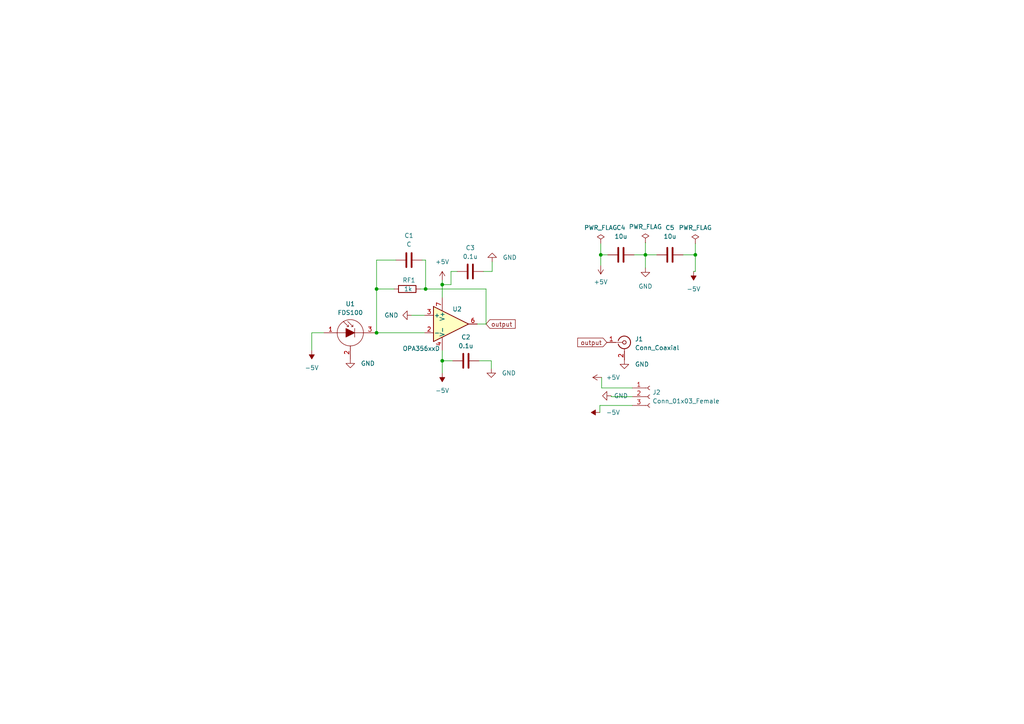
<source format=kicad_sch>
(kicad_sch (version 20211123) (generator eeschema)

  (uuid b5340dcd-fb32-41d1-91db-a71165904e5a)

  (paper "A4")

  (lib_symbols
    (symbol "Amplifier_Operational:OPA356xxD" (pin_names (offset 0.127)) (in_bom yes) (on_board yes)
      (property "Reference" "U" (id 0) (at 0 6.35 0)
        (effects (font (size 1.27 1.27)) (justify left))
      )
      (property "Value" "OPA356xxD" (id 1) (at 0 3.81 0)
        (effects (font (size 1.27 1.27)) (justify left))
      )
      (property "Footprint" "Package_SO:SOIC-8_3.9x4.9mm_P1.27mm" (id 2) (at -2.54 -5.08 0)
        (effects (font (size 1.27 1.27)) (justify left) hide)
      )
      (property "Datasheet" "http://www.ti.com/lit/ds/symlink/opa356.pdf" (id 3) (at 3.81 3.81 0)
        (effects (font (size 1.27 1.27)) hide)
      )
      (property "ki_keywords" "single opamp" (id 4) (at 0 0 0)
        (effects (font (size 1.27 1.27)) hide)
      )
      (property "ki_description" "Single High Speed CMOS Operational Amplifier, SOIC-8" (id 5) (at 0 0 0)
        (effects (font (size 1.27 1.27)) hide)
      )
      (property "ki_fp_filters" "SOIC*3.9x4.9mm*P1.27mm*" (id 6) (at 0 0 0)
        (effects (font (size 1.27 1.27)) hide)
      )
      (symbol "OPA356xxD_0_1"
        (polyline
          (pts
            (xy -5.08 5.08)
            (xy 5.08 0)
            (xy -5.08 -5.08)
            (xy -5.08 5.08)
          )
          (stroke (width 0.254) (type default) (color 0 0 0 0))
          (fill (type background))
        )
      )
      (symbol "OPA356xxD_1_1"
        (pin no_connect line (at -2.54 2.54 270) (length 2.54) hide
          (name "NC" (effects (font (size 1.27 1.27))))
          (number "1" (effects (font (size 1.27 1.27))))
        )
        (pin input line (at -7.62 -2.54 0) (length 2.54)
          (name "-" (effects (font (size 1.27 1.27))))
          (number "2" (effects (font (size 1.27 1.27))))
        )
        (pin input line (at -7.62 2.54 0) (length 2.54)
          (name "+" (effects (font (size 1.27 1.27))))
          (number "3" (effects (font (size 1.27 1.27))))
        )
        (pin power_in line (at -2.54 -7.62 90) (length 3.81)
          (name "V-" (effects (font (size 1.27 1.27))))
          (number "4" (effects (font (size 1.27 1.27))))
        )
        (pin no_connect line (at 0 2.54 270) (length 2.54) hide
          (name "NC" (effects (font (size 1.27 1.27))))
          (number "5" (effects (font (size 1.27 1.27))))
        )
        (pin output line (at 7.62 0 180) (length 2.54)
          (name "~" (effects (font (size 1.27 1.27))))
          (number "6" (effects (font (size 1.27 1.27))))
        )
        (pin power_in line (at -2.54 7.62 270) (length 3.81)
          (name "V+" (effects (font (size 1.27 1.27))))
          (number "7" (effects (font (size 1.27 1.27))))
        )
        (pin no_connect line (at 0 -2.54 90) (length 2.54) hide
          (name "NC" (effects (font (size 1.27 1.27))))
          (number "8" (effects (font (size 1.27 1.27))))
        )
      )
    )
    (symbol "Connector:Conn_01x03_Female" (pin_names (offset 1.016) hide) (in_bom yes) (on_board yes)
      (property "Reference" "J" (id 0) (at 0 5.08 0)
        (effects (font (size 1.27 1.27)))
      )
      (property "Value" "Conn_01x03_Female" (id 1) (at 0 -5.08 0)
        (effects (font (size 1.27 1.27)))
      )
      (property "Footprint" "" (id 2) (at 0 0 0)
        (effects (font (size 1.27 1.27)) hide)
      )
      (property "Datasheet" "~" (id 3) (at 0 0 0)
        (effects (font (size 1.27 1.27)) hide)
      )
      (property "ki_keywords" "connector" (id 4) (at 0 0 0)
        (effects (font (size 1.27 1.27)) hide)
      )
      (property "ki_description" "Generic connector, single row, 01x03, script generated (kicad-library-utils/schlib/autogen/connector/)" (id 5) (at 0 0 0)
        (effects (font (size 1.27 1.27)) hide)
      )
      (property "ki_fp_filters" "Connector*:*_1x??_*" (id 6) (at 0 0 0)
        (effects (font (size 1.27 1.27)) hide)
      )
      (symbol "Conn_01x03_Female_1_1"
        (arc (start 0 -2.032) (mid -0.508 -2.54) (end 0 -3.048)
          (stroke (width 0.1524) (type default) (color 0 0 0 0))
          (fill (type none))
        )
        (polyline
          (pts
            (xy -1.27 -2.54)
            (xy -0.508 -2.54)
          )
          (stroke (width 0.1524) (type default) (color 0 0 0 0))
          (fill (type none))
        )
        (polyline
          (pts
            (xy -1.27 0)
            (xy -0.508 0)
          )
          (stroke (width 0.1524) (type default) (color 0 0 0 0))
          (fill (type none))
        )
        (polyline
          (pts
            (xy -1.27 2.54)
            (xy -0.508 2.54)
          )
          (stroke (width 0.1524) (type default) (color 0 0 0 0))
          (fill (type none))
        )
        (arc (start 0 0.508) (mid -0.508 0) (end 0 -0.508)
          (stroke (width 0.1524) (type default) (color 0 0 0 0))
          (fill (type none))
        )
        (arc (start 0 3.048) (mid -0.508 2.54) (end 0 2.032)
          (stroke (width 0.1524) (type default) (color 0 0 0 0))
          (fill (type none))
        )
        (pin passive line (at -5.08 2.54 0) (length 3.81)
          (name "Pin_1" (effects (font (size 1.27 1.27))))
          (number "1" (effects (font (size 1.27 1.27))))
        )
        (pin passive line (at -5.08 0 0) (length 3.81)
          (name "Pin_2" (effects (font (size 1.27 1.27))))
          (number "2" (effects (font (size 1.27 1.27))))
        )
        (pin passive line (at -5.08 -2.54 0) (length 3.81)
          (name "Pin_3" (effects (font (size 1.27 1.27))))
          (number "3" (effects (font (size 1.27 1.27))))
        )
      )
    )
    (symbol "Connector:Conn_Coaxial" (pin_names (offset 1.016) hide) (in_bom yes) (on_board yes)
      (property "Reference" "J" (id 0) (at 0.254 3.048 0)
        (effects (font (size 1.27 1.27)))
      )
      (property "Value" "Conn_Coaxial" (id 1) (at 2.921 0 90)
        (effects (font (size 1.27 1.27)))
      )
      (property "Footprint" "" (id 2) (at 0 0 0)
        (effects (font (size 1.27 1.27)) hide)
      )
      (property "Datasheet" " ~" (id 3) (at 0 0 0)
        (effects (font (size 1.27 1.27)) hide)
      )
      (property "ki_keywords" "BNC SMA SMB SMC LEMO coaxial connector CINCH RCA" (id 4) (at 0 0 0)
        (effects (font (size 1.27 1.27)) hide)
      )
      (property "ki_description" "coaxial connector (BNC, SMA, SMB, SMC, Cinch/RCA, LEMO, ...)" (id 5) (at 0 0 0)
        (effects (font (size 1.27 1.27)) hide)
      )
      (property "ki_fp_filters" "*BNC* *SMA* *SMB* *SMC* *Cinch* *LEMO*" (id 6) (at 0 0 0)
        (effects (font (size 1.27 1.27)) hide)
      )
      (symbol "Conn_Coaxial_0_1"
        (arc (start -1.778 -0.508) (mid 0.2311 -1.8066) (end 1.778 0)
          (stroke (width 0.254) (type default) (color 0 0 0 0))
          (fill (type none))
        )
        (polyline
          (pts
            (xy -2.54 0)
            (xy -0.508 0)
          )
          (stroke (width 0) (type default) (color 0 0 0 0))
          (fill (type none))
        )
        (polyline
          (pts
            (xy 0 -2.54)
            (xy 0 -1.778)
          )
          (stroke (width 0) (type default) (color 0 0 0 0))
          (fill (type none))
        )
        (circle (center 0 0) (radius 0.508)
          (stroke (width 0.2032) (type default) (color 0 0 0 0))
          (fill (type none))
        )
        (arc (start 1.778 0) (mid 0.2099 1.8101) (end -1.778 0.508)
          (stroke (width 0.254) (type default) (color 0 0 0 0))
          (fill (type none))
        )
      )
      (symbol "Conn_Coaxial_1_1"
        (pin passive line (at -5.08 0 0) (length 2.54)
          (name "In" (effects (font (size 1.27 1.27))))
          (number "1" (effects (font (size 1.27 1.27))))
        )
        (pin passive line (at 0 -5.08 90) (length 2.54)
          (name "Ext" (effects (font (size 1.27 1.27))))
          (number "2" (effects (font (size 1.27 1.27))))
        )
      )
    )
    (symbol "Device:C" (pin_numbers hide) (pin_names (offset 0.254)) (in_bom yes) (on_board yes)
      (property "Reference" "C" (id 0) (at 0.635 2.54 0)
        (effects (font (size 1.27 1.27)) (justify left))
      )
      (property "Value" "C" (id 1) (at 0.635 -2.54 0)
        (effects (font (size 1.27 1.27)) (justify left))
      )
      (property "Footprint" "" (id 2) (at 0.9652 -3.81 0)
        (effects (font (size 1.27 1.27)) hide)
      )
      (property "Datasheet" "~" (id 3) (at 0 0 0)
        (effects (font (size 1.27 1.27)) hide)
      )
      (property "ki_keywords" "cap capacitor" (id 4) (at 0 0 0)
        (effects (font (size 1.27 1.27)) hide)
      )
      (property "ki_description" "Unpolarized capacitor" (id 5) (at 0 0 0)
        (effects (font (size 1.27 1.27)) hide)
      )
      (property "ki_fp_filters" "C_*" (id 6) (at 0 0 0)
        (effects (font (size 1.27 1.27)) hide)
      )
      (symbol "C_0_1"
        (polyline
          (pts
            (xy -2.032 -0.762)
            (xy 2.032 -0.762)
          )
          (stroke (width 0.508) (type default) (color 0 0 0 0))
          (fill (type none))
        )
        (polyline
          (pts
            (xy -2.032 0.762)
            (xy 2.032 0.762)
          )
          (stroke (width 0.508) (type default) (color 0 0 0 0))
          (fill (type none))
        )
      )
      (symbol "C_1_1"
        (pin passive line (at 0 3.81 270) (length 2.794)
          (name "~" (effects (font (size 1.27 1.27))))
          (number "1" (effects (font (size 1.27 1.27))))
        )
        (pin passive line (at 0 -3.81 90) (length 2.794)
          (name "~" (effects (font (size 1.27 1.27))))
          (number "2" (effects (font (size 1.27 1.27))))
        )
      )
    )
    (symbol "Device:R" (pin_numbers hide) (pin_names (offset 0)) (in_bom yes) (on_board yes)
      (property "Reference" "R" (id 0) (at 2.032 0 90)
        (effects (font (size 1.27 1.27)))
      )
      (property "Value" "R" (id 1) (at 0 0 90)
        (effects (font (size 1.27 1.27)))
      )
      (property "Footprint" "" (id 2) (at -1.778 0 90)
        (effects (font (size 1.27 1.27)) hide)
      )
      (property "Datasheet" "~" (id 3) (at 0 0 0)
        (effects (font (size 1.27 1.27)) hide)
      )
      (property "ki_keywords" "R res resistor" (id 4) (at 0 0 0)
        (effects (font (size 1.27 1.27)) hide)
      )
      (property "ki_description" "Resistor" (id 5) (at 0 0 0)
        (effects (font (size 1.27 1.27)) hide)
      )
      (property "ki_fp_filters" "R_*" (id 6) (at 0 0 0)
        (effects (font (size 1.27 1.27)) hide)
      )
      (symbol "R_0_1"
        (rectangle (start -1.016 -2.54) (end 1.016 2.54)
          (stroke (width 0.254) (type default) (color 0 0 0 0))
          (fill (type none))
        )
      )
      (symbol "R_1_1"
        (pin passive line (at 0 3.81 270) (length 1.27)
          (name "~" (effects (font (size 1.27 1.27))))
          (number "1" (effects (font (size 1.27 1.27))))
        )
        (pin passive line (at 0 -3.81 90) (length 1.27)
          (name "~" (effects (font (size 1.27 1.27))))
          (number "2" (effects (font (size 1.27 1.27))))
        )
      )
    )
    (symbol "User defined:FDS100" (in_bom yes) (on_board yes)
      (property "Reference" "U" (id 0) (at 0 0 0)
        (effects (font (size 1.27 1.27)))
      )
      (property "Value" "FDS100" (id 1) (at 5.842 -1.524 0)
        (effects (font (size 1.27 1.27)))
      )
      (property "Footprint" "" (id 2) (at 0 0 0)
        (effects (font (size 1.27 1.27)) hide)
      )
      (property "Datasheet" "" (id 3) (at 0 0 0)
        (effects (font (size 1.27 1.27)) hide)
      )
      (symbol "FDS100_0_0"
        (pin passive line (at -0.254 -14.224 90) (length 3.81)
          (name "" (effects (font (size 1.27 1.27))))
          (number "2" (effects (font (size 1.27 1.27))))
        )
      )
      (symbol "FDS100_0_1"
        (circle (center -0.254 -6.604) (radius 3.81)
          (stroke (width 0) (type default) (color 0 0 0 0))
          (fill (type none))
        )
        (polyline
          (pts
            (xy -1.524 -6.604)
            (xy -4.064 -6.604)
          )
          (stroke (width 0) (type default) (color 0 0 0 0))
          (fill (type none))
        )
        (polyline
          (pts
            (xy -1.524 -5.334)
            (xy -1.524 -7.874)
          )
          (stroke (width 0.1524) (type default) (color 0 0 0 0))
          (fill (type none))
        )
        (polyline
          (pts
            (xy -1.016 -4.826)
            (xy -0.508 -4.826)
          )
          (stroke (width 0) (type default) (color 0 0 0 0))
          (fill (type none))
        )
        (polyline
          (pts
            (xy 3.556 -6.604)
            (xy 1.016 -6.604)
          )
          (stroke (width 0) (type default) (color 0 0 0 0))
          (fill (type none))
        )
        (polyline
          (pts
            (xy 0.508 -3.302)
            (xy -1.016 -4.826)
            (xy -1.016 -4.318)
          )
          (stroke (width 0) (type default) (color 0 0 0 0))
          (fill (type none))
        )
        (polyline
          (pts
            (xy -1.524 -6.604)
            (xy 1.016 -5.334)
            (xy 1.016 -7.874)
            (xy -1.524 -6.604)
          )
          (stroke (width 0) (type default) (color 0 0 0 0))
          (fill (type outline))
        )
        (polyline
          (pts
            (xy 1.778 -3.302)
            (xy 0.254 -4.826)
            (xy 0.254 -4.318)
            (xy 0.254 -4.826)
            (xy 0.762 -4.826)
          )
          (stroke (width 0) (type default) (color 0 0 0 0))
          (fill (type none))
        )
      )
      (symbol "FDS100_1_1"
        (pin passive line (at 7.366 -6.604 180) (length 3.81)
          (name "" (effects (font (size 1.27 1.27))))
          (number "1" (effects (font (size 1.27 1.27))))
        )
        (pin passive line (at -7.874 -6.604 0) (length 3.81)
          (name "" (effects (font (size 1.27 1.27))))
          (number "3" (effects (font (size 1.27 1.27))))
        )
      )
    )
    (symbol "power:+5V" (power) (pin_names (offset 0)) (in_bom yes) (on_board yes)
      (property "Reference" "#PWR" (id 0) (at 0 -3.81 0)
        (effects (font (size 1.27 1.27)) hide)
      )
      (property "Value" "+5V" (id 1) (at 0 3.556 0)
        (effects (font (size 1.27 1.27)))
      )
      (property "Footprint" "" (id 2) (at 0 0 0)
        (effects (font (size 1.27 1.27)) hide)
      )
      (property "Datasheet" "" (id 3) (at 0 0 0)
        (effects (font (size 1.27 1.27)) hide)
      )
      (property "ki_keywords" "global power" (id 4) (at 0 0 0)
        (effects (font (size 1.27 1.27)) hide)
      )
      (property "ki_description" "Power symbol creates a global label with name \"+5V\"" (id 5) (at 0 0 0)
        (effects (font (size 1.27 1.27)) hide)
      )
      (symbol "+5V_0_1"
        (polyline
          (pts
            (xy -0.762 1.27)
            (xy 0 2.54)
          )
          (stroke (width 0) (type default) (color 0 0 0 0))
          (fill (type none))
        )
        (polyline
          (pts
            (xy 0 0)
            (xy 0 2.54)
          )
          (stroke (width 0) (type default) (color 0 0 0 0))
          (fill (type none))
        )
        (polyline
          (pts
            (xy 0 2.54)
            (xy 0.762 1.27)
          )
          (stroke (width 0) (type default) (color 0 0 0 0))
          (fill (type none))
        )
      )
      (symbol "+5V_1_1"
        (pin power_in line (at 0 0 90) (length 0) hide
          (name "+5V" (effects (font (size 1.27 1.27))))
          (number "1" (effects (font (size 1.27 1.27))))
        )
      )
    )
    (symbol "power:-5V" (power) (pin_names (offset 0)) (in_bom yes) (on_board yes)
      (property "Reference" "#PWR" (id 0) (at 0 2.54 0)
        (effects (font (size 1.27 1.27)) hide)
      )
      (property "Value" "-5V" (id 1) (at 0 3.81 0)
        (effects (font (size 1.27 1.27)))
      )
      (property "Footprint" "" (id 2) (at 0 0 0)
        (effects (font (size 1.27 1.27)) hide)
      )
      (property "Datasheet" "" (id 3) (at 0 0 0)
        (effects (font (size 1.27 1.27)) hide)
      )
      (property "ki_keywords" "global power" (id 4) (at 0 0 0)
        (effects (font (size 1.27 1.27)) hide)
      )
      (property "ki_description" "Power symbol creates a global label with name \"-5V\"" (id 5) (at 0 0 0)
        (effects (font (size 1.27 1.27)) hide)
      )
      (symbol "-5V_0_0"
        (pin power_in line (at 0 0 90) (length 0) hide
          (name "-5V" (effects (font (size 1.27 1.27))))
          (number "1" (effects (font (size 1.27 1.27))))
        )
      )
      (symbol "-5V_0_1"
        (polyline
          (pts
            (xy 0 0)
            (xy 0 1.27)
            (xy 0.762 1.27)
            (xy 0 2.54)
            (xy -0.762 1.27)
            (xy 0 1.27)
          )
          (stroke (width 0) (type default) (color 0 0 0 0))
          (fill (type outline))
        )
      )
    )
    (symbol "power:GND" (power) (pin_names (offset 0)) (in_bom yes) (on_board yes)
      (property "Reference" "#PWR" (id 0) (at 0 -6.35 0)
        (effects (font (size 1.27 1.27)) hide)
      )
      (property "Value" "GND" (id 1) (at 0 -3.81 0)
        (effects (font (size 1.27 1.27)))
      )
      (property "Footprint" "" (id 2) (at 0 0 0)
        (effects (font (size 1.27 1.27)) hide)
      )
      (property "Datasheet" "" (id 3) (at 0 0 0)
        (effects (font (size 1.27 1.27)) hide)
      )
      (property "ki_keywords" "global power" (id 4) (at 0 0 0)
        (effects (font (size 1.27 1.27)) hide)
      )
      (property "ki_description" "Power symbol creates a global label with name \"GND\" , ground" (id 5) (at 0 0 0)
        (effects (font (size 1.27 1.27)) hide)
      )
      (symbol "GND_0_1"
        (polyline
          (pts
            (xy 0 0)
            (xy 0 -1.27)
            (xy 1.27 -1.27)
            (xy 0 -2.54)
            (xy -1.27 -1.27)
            (xy 0 -1.27)
          )
          (stroke (width 0) (type default) (color 0 0 0 0))
          (fill (type none))
        )
      )
      (symbol "GND_1_1"
        (pin power_in line (at 0 0 270) (length 0) hide
          (name "GND" (effects (font (size 1.27 1.27))))
          (number "1" (effects (font (size 1.27 1.27))))
        )
      )
    )
    (symbol "power:PWR_FLAG" (power) (pin_numbers hide) (pin_names (offset 0) hide) (in_bom yes) (on_board yes)
      (property "Reference" "#FLG" (id 0) (at 0 1.905 0)
        (effects (font (size 1.27 1.27)) hide)
      )
      (property "Value" "PWR_FLAG" (id 1) (at 0 3.81 0)
        (effects (font (size 1.27 1.27)))
      )
      (property "Footprint" "" (id 2) (at 0 0 0)
        (effects (font (size 1.27 1.27)) hide)
      )
      (property "Datasheet" "~" (id 3) (at 0 0 0)
        (effects (font (size 1.27 1.27)) hide)
      )
      (property "ki_keywords" "flag power" (id 4) (at 0 0 0)
        (effects (font (size 1.27 1.27)) hide)
      )
      (property "ki_description" "Special symbol for telling ERC where power comes from" (id 5) (at 0 0 0)
        (effects (font (size 1.27 1.27)) hide)
      )
      (symbol "PWR_FLAG_0_0"
        (pin power_out line (at 0 0 90) (length 0)
          (name "pwr" (effects (font (size 1.27 1.27))))
          (number "1" (effects (font (size 1.27 1.27))))
        )
      )
      (symbol "PWR_FLAG_0_1"
        (polyline
          (pts
            (xy 0 0)
            (xy 0 1.27)
            (xy -1.016 1.905)
            (xy 0 2.54)
            (xy 1.016 1.905)
            (xy 0 1.27)
          )
          (stroke (width 0) (type default) (color 0 0 0 0))
          (fill (type none))
        )
      )
    )
  )

  (junction (at 109.22 83.82) (diameter 0) (color 0 0 0 0)
    (uuid 112ab5b5-dae8-41e6-bf1e-311428cb3f83)
  )
  (junction (at 187.198 73.914) (diameter 0) (color 0 0 0 0)
    (uuid 24d89aba-51c8-4d0f-a4ea-edab593fb98b)
  )
  (junction (at 128.27 104.648) (diameter 0) (color 0 0 0 0)
    (uuid 5139aa67-03a7-432a-bdf5-e2caa75d809a)
  )
  (junction (at 123.444 83.82) (diameter 0) (color 0 0 0 0)
    (uuid 7753a9e9-999f-4b78-af01-47dc90f56273)
  )
  (junction (at 128.27 82.55) (diameter 0) (color 0 0 0 0)
    (uuid 8bc53542-baa9-4f82-ac92-6e31142dae89)
  )
  (junction (at 174.244 73.914) (diameter 0) (color 0 0 0 0)
    (uuid 9a4858cc-8060-414b-b5ea-7eb947a68edc)
  )
  (junction (at 201.676 73.914) (diameter 0) (color 0 0 0 0)
    (uuid e412aa69-f132-4ab6-b793-92da605ac606)
  )
  (junction (at 109.22 96.52) (diameter 0) (color 0 0 0 0)
    (uuid fcd87da3-0059-470d-ae66-5b4a9f4ba76f)
  )

  (wire (pts (xy 93.98 96.52) (xy 90.424 96.52))
    (stroke (width 0) (type default) (color 0 0 0 0))
    (uuid 039f3b93-efb0-46b6-9e01-e0a2a413c88a)
  )
  (wire (pts (xy 123.444 83.82) (xy 140.97 83.82))
    (stroke (width 0) (type default) (color 0 0 0 0))
    (uuid 12ccc956-310a-4269-bdd4-92c51e2d23a6)
  )
  (wire (pts (xy 128.27 82.55) (xy 128.27 86.36))
    (stroke (width 0) (type default) (color 0 0 0 0))
    (uuid 1507f0fc-c4c4-4b7c-817b-84b8def7129c)
  )
  (wire (pts (xy 177.292 114.808) (xy 177.292 115.062))
    (stroke (width 0) (type default) (color 0 0 0 0))
    (uuid 1733199e-8038-43d7-ae09-e66a28ea8b3f)
  )
  (wire (pts (xy 138.43 93.98) (xy 140.97 93.98))
    (stroke (width 0) (type default) (color 0 0 0 0))
    (uuid 1c80afc7-5c24-4a4a-985f-4dfd9b2a2e41)
  )
  (wire (pts (xy 132.588 78.74) (xy 130.81 78.74))
    (stroke (width 0) (type default) (color 0 0 0 0))
    (uuid 1d665c9f-e034-4a24-adff-cf258bfda656)
  )
  (wire (pts (xy 123.444 75.438) (xy 123.444 83.82))
    (stroke (width 0) (type default) (color 0 0 0 0))
    (uuid 1e70a977-e0a1-4758-ab46-4bb7d1910321)
  )
  (wire (pts (xy 140.97 83.82) (xy 140.97 93.98))
    (stroke (width 0) (type default) (color 0 0 0 0))
    (uuid 31e7b974-565c-4718-ac6f-983aa381553b)
  )
  (wire (pts (xy 140.208 78.74) (xy 142.748 78.74))
    (stroke (width 0) (type default) (color 0 0 0 0))
    (uuid 3c36d062-98a6-4633-8ece-8f9b727e29ec)
  )
  (wire (pts (xy 198.12 73.914) (xy 201.676 73.914))
    (stroke (width 0) (type default) (color 0 0 0 0))
    (uuid 4099b01f-e700-4370-beaa-4108c9b46be8)
  )
  (wire (pts (xy 201.676 73.914) (xy 201.676 78.74))
    (stroke (width 0) (type default) (color 0 0 0 0))
    (uuid 4300152c-bd1c-4752-b07f-0b2d9b821dc9)
  )
  (wire (pts (xy 128.27 101.6) (xy 128.27 104.648))
    (stroke (width 0) (type default) (color 0 0 0 0))
    (uuid 5358262f-5912-4f38-8de1-204e9f386123)
  )
  (wire (pts (xy 183.388 117.602) (xy 173.99 117.602))
    (stroke (width 0) (type default) (color 0 0 0 0))
    (uuid 559a8b9c-45fd-4770-80f4-79ca7f9cce6d)
  )
  (wire (pts (xy 183.388 115.062) (xy 177.292 115.062))
    (stroke (width 0) (type default) (color 0 0 0 0))
    (uuid 5b681b7f-fc3c-4320-a8b8-b5657f7aa210)
  )
  (wire (pts (xy 174.244 73.914) (xy 176.276 73.914))
    (stroke (width 0) (type default) (color 0 0 0 0))
    (uuid 6f380601-f53b-4083-87d0-f527e243e0e6)
  )
  (wire (pts (xy 187.198 73.914) (xy 187.198 77.724))
    (stroke (width 0) (type default) (color 0 0 0 0))
    (uuid 797f3f49-3414-4054-b6a7-76d5899c0c6d)
  )
  (wire (pts (xy 109.22 83.82) (xy 109.22 96.52))
    (stroke (width 0) (type default) (color 0 0 0 0))
    (uuid 7a0834ba-13c7-41c6-910a-04095ffd6f67)
  )
  (wire (pts (xy 201.676 70.612) (xy 201.676 73.914))
    (stroke (width 0) (type default) (color 0 0 0 0))
    (uuid 7c432e0d-0ca8-4a62-a46d-a80327345f0a)
  )
  (wire (pts (xy 174.244 73.914) (xy 174.244 76.962))
    (stroke (width 0) (type default) (color 0 0 0 0))
    (uuid 7e857d7e-b730-4f78-9f7b-504423d4d1bc)
  )
  (wire (pts (xy 121.92 83.82) (xy 123.444 83.82))
    (stroke (width 0) (type default) (color 0 0 0 0))
    (uuid 820862df-c72a-483b-b23e-4a824df22e7c)
  )
  (wire (pts (xy 122.428 75.438) (xy 123.444 75.438))
    (stroke (width 0) (type default) (color 0 0 0 0))
    (uuid 84047356-f297-439b-a453-f33089fd72e8)
  )
  (wire (pts (xy 109.22 75.438) (xy 109.22 83.82))
    (stroke (width 0) (type default) (color 0 0 0 0))
    (uuid 8b766211-3e8a-45f9-8050-efe0c423ad81)
  )
  (wire (pts (xy 109.22 96.52) (xy 123.19 96.52))
    (stroke (width 0) (type default) (color 0 0 0 0))
    (uuid 8dfe4b2b-4a0c-4a74-b25c-7df8144fa137)
  )
  (wire (pts (xy 142.494 104.648) (xy 142.494 106.934))
    (stroke (width 0) (type default) (color 0 0 0 0))
    (uuid 900657e9-9de4-4c62-864a-3f72291e4ba1)
  )
  (wire (pts (xy 128.27 104.648) (xy 131.318 104.648))
    (stroke (width 0) (type default) (color 0 0 0 0))
    (uuid 979222e2-f963-4991-a35b-e42fc761f8be)
  )
  (wire (pts (xy 114.3 83.82) (xy 109.22 83.82))
    (stroke (width 0) (type default) (color 0 0 0 0))
    (uuid ab2432c7-8e80-4c2f-ba48-aac7562e5d6d)
  )
  (wire (pts (xy 183.388 112.522) (xy 174.498 112.522))
    (stroke (width 0) (type default) (color 0 0 0 0))
    (uuid ae8fec92-3cac-4f31-8a8c-259207b9e3b7)
  )
  (wire (pts (xy 183.896 73.914) (xy 187.198 73.914))
    (stroke (width 0) (type default) (color 0 0 0 0))
    (uuid b45cb97f-ec65-40c0-a6ea-5bbdde175564)
  )
  (wire (pts (xy 128.27 81.28) (xy 128.27 82.55))
    (stroke (width 0) (type default) (color 0 0 0 0))
    (uuid b4f64a12-4224-43b3-87f2-5fde0b5c4bb8)
  )
  (wire (pts (xy 119.38 91.44) (xy 123.19 91.44))
    (stroke (width 0) (type default) (color 0 0 0 0))
    (uuid b8d55c65-75dd-4199-991b-2ac9a87fc594)
  )
  (wire (pts (xy 90.424 96.52) (xy 90.424 101.6))
    (stroke (width 0) (type default) (color 0 0 0 0))
    (uuid bb4753d9-7592-40e0-987e-b4ea34616760)
  )
  (wire (pts (xy 174.244 70.612) (xy 174.244 73.914))
    (stroke (width 0) (type default) (color 0 0 0 0))
    (uuid c8f34511-138e-40a4-8f12-9d15dcdca258)
  )
  (wire (pts (xy 130.81 78.74) (xy 130.81 82.55))
    (stroke (width 0) (type default) (color 0 0 0 0))
    (uuid d1efb3e9-e35c-4037-80fa-37287a669503)
  )
  (wire (pts (xy 174.498 112.522) (xy 174.498 109.474))
    (stroke (width 0) (type default) (color 0 0 0 0))
    (uuid d205ad8e-65bc-43f4-afef-d2fe6b2f7b9d)
  )
  (wire (pts (xy 114.808 75.438) (xy 109.22 75.438))
    (stroke (width 0) (type default) (color 0 0 0 0))
    (uuid d6c834a4-720d-468e-9f3a-ac2b02abec2e)
  )
  (wire (pts (xy 173.99 117.602) (xy 173.99 119.634))
    (stroke (width 0) (type default) (color 0 0 0 0))
    (uuid e4dfe5cb-45f1-435f-a831-d3842ceaf15b)
  )
  (wire (pts (xy 187.198 70.358) (xy 187.198 73.914))
    (stroke (width 0) (type default) (color 0 0 0 0))
    (uuid e92c985e-e712-4989-bfb9-f331db3201c5)
  )
  (wire (pts (xy 130.81 82.55) (xy 128.27 82.55))
    (stroke (width 0) (type default) (color 0 0 0 0))
    (uuid e9e53f85-f5ea-4c87-8734-fd41f0401a29)
  )
  (wire (pts (xy 201.676 78.74) (xy 201.168 78.74))
    (stroke (width 0) (type default) (color 0 0 0 0))
    (uuid ee019196-49ee-4367-aa12-0d74226056b4)
  )
  (wire (pts (xy 142.748 78.74) (xy 142.748 75.946))
    (stroke (width 0) (type default) (color 0 0 0 0))
    (uuid f3d006a9-bfff-4748-a1de-8774080d062a)
  )
  (wire (pts (xy 187.198 73.914) (xy 190.5 73.914))
    (stroke (width 0) (type default) (color 0 0 0 0))
    (uuid f8373c05-8d40-41c4-89f4-4beebc40daab)
  )
  (wire (pts (xy 138.938 104.648) (xy 142.494 104.648))
    (stroke (width 0) (type default) (color 0 0 0 0))
    (uuid f89330b2-f2fa-4740-842a-045c189e53ef)
  )
  (wire (pts (xy 128.27 104.648) (xy 128.27 108.204))
    (stroke (width 0) (type default) (color 0 0 0 0))
    (uuid fbe2cf8e-ac78-495e-837f-568a7e6b7ec5)
  )

  (global_label "output" (shape input) (at 140.97 93.98 0) (fields_autoplaced)
    (effects (font (size 1.27 1.27)) (justify left))
    (uuid 45dcfb92-7588-4e31-bc0c-71489671474f)
    (property "Intersheet References" "${INTERSHEET_REFS}" (id 0) (at 149.4307 93.9006 0)
      (effects (font (size 1.27 1.27)) (justify left) hide)
    )
  )
  (global_label "output" (shape input) (at 176.022 99.314 180) (fields_autoplaced)
    (effects (font (size 1.27 1.27)) (justify right))
    (uuid 905e1d97-a478-4366-8b72-2bad0ee5b05e)
    (property "Intersheet References" "${INTERSHEET_REFS}" (id 0) (at 167.5613 99.3934 0)
      (effects (font (size 1.27 1.27)) (justify right) hide)
    )
  )

  (symbol (lib_id "power:GND") (at 142.748 75.946 180) (unit 1)
    (in_bom yes) (on_board yes) (fields_autoplaced)
    (uuid 1bc137ac-fed3-4fad-ac41-5d0f88dcd3d5)
    (property "Reference" "#PWR07" (id 0) (at 142.748 69.596 0)
      (effects (font (size 1.27 1.27)) hide)
    )
    (property "Value" "GND" (id 1) (at 145.796 74.6759 0)
      (effects (font (size 1.27 1.27)) (justify right))
    )
    (property "Footprint" "" (id 2) (at 142.748 75.946 0)
      (effects (font (size 1.27 1.27)) hide)
    )
    (property "Datasheet" "" (id 3) (at 142.748 75.946 0)
      (effects (font (size 1.27 1.27)) hide)
    )
    (pin "1" (uuid c9bb9918-4328-4645-8d36-f204f77fd8b1))
  )

  (symbol (lib_id "User defined:FDS100") (at 101.346 89.916 0) (mirror y) (unit 1)
    (in_bom yes) (on_board yes) (fields_autoplaced)
    (uuid 27aaf61d-4489-480b-8f91-e2d41e6ce84b)
    (property "Reference" "U1" (id 0) (at 101.6 88.138 0))
    (property "Value" "FDS100" (id 1) (at 101.6 90.678 0))
    (property "Footprint" "Package_TO_SOT_THT:TO-33-4" (id 2) (at 101.346 89.916 0)
      (effects (font (size 1.27 1.27)) hide)
    )
    (property "Datasheet" "" (id 3) (at 101.346 89.916 0)
      (effects (font (size 1.27 1.27)) hide)
    )
    (pin "2" (uuid ae0f6cb3-6a9e-4855-99b0-6c45474b211a))
    (pin "1" (uuid 7ff13298-cdb9-49fc-85c2-9a7e8a5b7ce4))
    (pin "3" (uuid 43006ce2-4bdf-4f80-b51d-c5c876633e01))
  )

  (symbol (lib_id "power:GND") (at 101.6 104.14 0) (unit 1)
    (in_bom yes) (on_board yes) (fields_autoplaced)
    (uuid 2aafd07e-7c85-4971-a082-bf3db868a966)
    (property "Reference" "#PWR02" (id 0) (at 101.6 110.49 0)
      (effects (font (size 1.27 1.27)) hide)
    )
    (property "Value" "GND" (id 1) (at 104.648 105.4099 0)
      (effects (font (size 1.27 1.27)) (justify left))
    )
    (property "Footprint" "" (id 2) (at 101.6 104.14 0)
      (effects (font (size 1.27 1.27)) hide)
    )
    (property "Datasheet" "" (id 3) (at 101.6 104.14 0)
      (effects (font (size 1.27 1.27)) hide)
    )
    (pin "1" (uuid bb64edc9-a079-45eb-aaac-475de4900750))
  )

  (symbol (lib_id "power:GND") (at 177.292 114.808 270) (mirror x) (unit 1)
    (in_bom yes) (on_board yes) (fields_autoplaced)
    (uuid 2ef345ad-f9c3-4b42-8dda-9b155bfffe8c)
    (property "Reference" "#PWR011" (id 0) (at 170.942 114.808 0)
      (effects (font (size 1.27 1.27)) hide)
    )
    (property "Value" "GND" (id 1) (at 178.054 114.8079 90)
      (effects (font (size 1.27 1.27)) (justify left))
    )
    (property "Footprint" "" (id 2) (at 177.292 114.808 0)
      (effects (font (size 1.27 1.27)) hide)
    )
    (property "Datasheet" "" (id 3) (at 177.292 114.808 0)
      (effects (font (size 1.27 1.27)) hide)
    )
    (pin "1" (uuid 064893c8-f026-412f-959b-831e3f204f27))
  )

  (symbol (lib_id "power:+5V") (at 174.244 76.962 180) (unit 1)
    (in_bom yes) (on_board yes) (fields_autoplaced)
    (uuid 3fcc193e-91be-40da-978b-e70b57ec634a)
    (property "Reference" "#PWR09" (id 0) (at 174.244 73.152 0)
      (effects (font (size 1.27 1.27)) hide)
    )
    (property "Value" "+5V" (id 1) (at 174.244 81.788 0))
    (property "Footprint" "" (id 2) (at 174.244 76.962 0)
      (effects (font (size 1.27 1.27)) hide)
    )
    (property "Datasheet" "" (id 3) (at 174.244 76.962 0)
      (effects (font (size 1.27 1.27)) hide)
    )
    (pin "1" (uuid 6b8a8ff0-3e89-4e0c-8dbc-5deae432647c))
  )

  (symbol (lib_id "power:-5V") (at 201.168 78.74 180) (unit 1)
    (in_bom yes) (on_board yes) (fields_autoplaced)
    (uuid 43c6b840-ec29-4c3f-821b-2bd674ca704a)
    (property "Reference" "#PWR014" (id 0) (at 201.168 81.28 0)
      (effects (font (size 1.27 1.27)) hide)
    )
    (property "Value" "-5V" (id 1) (at 201.168 83.82 0))
    (property "Footprint" "" (id 2) (at 201.168 78.74 0)
      (effects (font (size 1.27 1.27)) hide)
    )
    (property "Datasheet" "" (id 3) (at 201.168 78.74 0)
      (effects (font (size 1.27 1.27)) hide)
    )
    (pin "1" (uuid db532ed9-e3f7-483c-a1e1-f9345d2d7c1d))
  )

  (symbol (lib_id "Connector:Conn_01x03_Female") (at 188.468 115.062 0) (unit 1)
    (in_bom yes) (on_board yes) (fields_autoplaced)
    (uuid 486ee9b4-09a6-4837-aa4d-a4fe03f8f83f)
    (property "Reference" "J2" (id 0) (at 189.23 113.7919 0)
      (effects (font (size 1.27 1.27)) (justify left))
    )
    (property "Value" "Conn_01x03_Female" (id 1) (at 189.23 116.3319 0)
      (effects (font (size 1.27 1.27)) (justify left))
    )
    (property "Footprint" "Connector_Molex:Molex_KK-254_AE-6410-03A_1x03_P2.54mm_Vertical" (id 2) (at 188.468 115.062 0)
      (effects (font (size 1.27 1.27)) hide)
    )
    (property "Datasheet" "~" (id 3) (at 188.468 115.062 0)
      (effects (font (size 1.27 1.27)) hide)
    )
    (pin "1" (uuid 43560ca7-6d45-4e4e-9ede-14afc18c7338))
    (pin "2" (uuid a59407da-bfff-45d3-8ded-e2226feff016))
    (pin "3" (uuid 7499510b-e77d-425d-818f-f8c5ccdc5fae))
  )

  (symbol (lib_id "Connector:Conn_Coaxial") (at 181.102 99.314 0) (unit 1)
    (in_bom yes) (on_board yes) (fields_autoplaced)
    (uuid 5901c885-210d-4123-93df-f596f02d882f)
    (property "Reference" "J1" (id 0) (at 184.15 98.3371 0)
      (effects (font (size 1.27 1.27)) (justify left))
    )
    (property "Value" "Conn_Coaxial" (id 1) (at 184.15 100.8771 0)
      (effects (font (size 1.27 1.27)) (justify left))
    )
    (property "Footprint" "Connector_Coaxial:SMA_Amphenol_901-144_Vertical" (id 2) (at 181.102 99.314 0)
      (effects (font (size 1.27 1.27)) hide)
    )
    (property "Datasheet" " ~" (id 3) (at 181.102 99.314 0)
      (effects (font (size 1.27 1.27)) hide)
    )
    (pin "1" (uuid 7e62a47c-6bad-461e-bd9d-a07729badb6f))
    (pin "2" (uuid 7e5ede31-ab73-4434-a9c9-0c0cde8be095))
  )

  (symbol (lib_id "power:+5V") (at 174.498 109.474 90) (unit 1)
    (in_bom yes) (on_board yes) (fields_autoplaced)
    (uuid 69176e2b-723f-4575-aca8-bf3eac462faa)
    (property "Reference" "#PWR010" (id 0) (at 178.308 109.474 0)
      (effects (font (size 1.27 1.27)) hide)
    )
    (property "Value" "+5V" (id 1) (at 175.768 109.4739 90)
      (effects (font (size 1.27 1.27)) (justify right))
    )
    (property "Footprint" "" (id 2) (at 174.498 109.474 0)
      (effects (font (size 1.27 1.27)) hide)
    )
    (property "Datasheet" "" (id 3) (at 174.498 109.474 0)
      (effects (font (size 1.27 1.27)) hide)
    )
    (pin "1" (uuid f8ab20ad-7354-46dd-a689-f763893a6bf0))
  )

  (symbol (lib_id "power:-5V") (at 90.424 101.6 180) (unit 1)
    (in_bom yes) (on_board yes) (fields_autoplaced)
    (uuid 6c7b0118-5fcf-414f-817f-71f02811af5c)
    (property "Reference" "#PWR01" (id 0) (at 90.424 104.14 0)
      (effects (font (size 1.27 1.27)) hide)
    )
    (property "Value" "-5V" (id 1) (at 90.424 106.68 0))
    (property "Footprint" "" (id 2) (at 90.424 101.6 0)
      (effects (font (size 1.27 1.27)) hide)
    )
    (property "Datasheet" "" (id 3) (at 90.424 101.6 0)
      (effects (font (size 1.27 1.27)) hide)
    )
    (pin "1" (uuid b5af897b-57be-4f8f-b0fe-21d23797a5f5))
  )

  (symbol (lib_id "power:GND") (at 181.102 104.394 0) (unit 1)
    (in_bom yes) (on_board yes) (fields_autoplaced)
    (uuid 70a1b6e5-feff-4011-b60a-f13784ab5fcf)
    (property "Reference" "#PWR012" (id 0) (at 181.102 110.744 0)
      (effects (font (size 1.27 1.27)) hide)
    )
    (property "Value" "GND" (id 1) (at 184.15 105.6639 0)
      (effects (font (size 1.27 1.27)) (justify left))
    )
    (property "Footprint" "" (id 2) (at 181.102 104.394 0)
      (effects (font (size 1.27 1.27)) hide)
    )
    (property "Datasheet" "" (id 3) (at 181.102 104.394 0)
      (effects (font (size 1.27 1.27)) hide)
    )
    (pin "1" (uuid d80d48e9-1b97-4a51-9e9d-dca44f33e12b))
  )

  (symbol (lib_id "power:+5V") (at 128.27 81.28 0) (unit 1)
    (in_bom yes) (on_board yes) (fields_autoplaced)
    (uuid 71c4dfc3-6a98-4fa1-b978-b94f1686c6a1)
    (property "Reference" "#PWR04" (id 0) (at 128.27 85.09 0)
      (effects (font (size 1.27 1.27)) hide)
    )
    (property "Value" "+5V" (id 1) (at 128.27 75.946 0))
    (property "Footprint" "" (id 2) (at 128.27 81.28 0)
      (effects (font (size 1.27 1.27)) hide)
    )
    (property "Datasheet" "" (id 3) (at 128.27 81.28 0)
      (effects (font (size 1.27 1.27)) hide)
    )
    (pin "1" (uuid 291998fd-2003-42ae-b54c-24f117ba4e8c))
  )

  (symbol (lib_id "power:PWR_FLAG") (at 201.676 70.612 0) (unit 1)
    (in_bom yes) (on_board yes) (fields_autoplaced)
    (uuid 744a15b1-da54-42a3-b58c-28a81e9c059d)
    (property "Reference" "#FLG03" (id 0) (at 201.676 68.707 0)
      (effects (font (size 1.27 1.27)) hide)
    )
    (property "Value" "PWR_FLAG" (id 1) (at 201.676 66.04 0))
    (property "Footprint" "" (id 2) (at 201.676 70.612 0)
      (effects (font (size 1.27 1.27)) hide)
    )
    (property "Datasheet" "~" (id 3) (at 201.676 70.612 0)
      (effects (font (size 1.27 1.27)) hide)
    )
    (pin "1" (uuid 15f69301-dc26-4ac1-8fbc-dd467d9a58e5))
  )

  (symbol (lib_id "power:GND") (at 142.494 106.934 0) (unit 1)
    (in_bom yes) (on_board yes) (fields_autoplaced)
    (uuid 87b2beb1-f9b2-485c-a492-fe13966f95f9)
    (property "Reference" "#PWR06" (id 0) (at 142.494 113.284 0)
      (effects (font (size 1.27 1.27)) hide)
    )
    (property "Value" "GND" (id 1) (at 145.542 108.2039 0)
      (effects (font (size 1.27 1.27)) (justify left))
    )
    (property "Footprint" "" (id 2) (at 142.494 106.934 0)
      (effects (font (size 1.27 1.27)) hide)
    )
    (property "Datasheet" "" (id 3) (at 142.494 106.934 0)
      (effects (font (size 1.27 1.27)) hide)
    )
    (pin "1" (uuid 3cf1a870-1358-4045-a68f-70ec3096d8b1))
  )

  (symbol (lib_id "Device:C") (at 194.31 73.914 90) (unit 1)
    (in_bom yes) (on_board yes) (fields_autoplaced)
    (uuid 87c04434-f747-4c2b-8250-cc46bbcdcbf6)
    (property "Reference" "C5" (id 0) (at 194.31 66.04 90))
    (property "Value" "10u" (id 1) (at 194.31 68.58 90))
    (property "Footprint" "Capacitor_SMD:C_1206_3216Metric" (id 2) (at 198.12 72.9488 0)
      (effects (font (size 1.27 1.27)) hide)
    )
    (property "Datasheet" "~" (id 3) (at 194.31 73.914 0)
      (effects (font (size 1.27 1.27)) hide)
    )
    (pin "1" (uuid f58cfa0f-8b63-4e86-9cae-9606da1cf588))
    (pin "2" (uuid b9c6e6de-f823-4c93-94fc-b74a9289fff2))
  )

  (symbol (lib_id "power:GND") (at 187.198 77.724 0) (mirror y) (unit 1)
    (in_bom yes) (on_board yes) (fields_autoplaced)
    (uuid 8913cb20-18b3-48e7-98b8-237fa16e6116)
    (property "Reference" "#PWR013" (id 0) (at 187.198 84.074 0)
      (effects (font (size 1.27 1.27)) hide)
    )
    (property "Value" "GND" (id 1) (at 187.198 83.058 0))
    (property "Footprint" "" (id 2) (at 187.198 77.724 0)
      (effects (font (size 1.27 1.27)) hide)
    )
    (property "Datasheet" "" (id 3) (at 187.198 77.724 0)
      (effects (font (size 1.27 1.27)) hide)
    )
    (pin "1" (uuid d89063b3-542c-4dc3-abbc-2527bb298213))
  )

  (symbol (lib_id "power:GND") (at 119.38 91.44 270) (unit 1)
    (in_bom yes) (on_board yes) (fields_autoplaced)
    (uuid 8be692c3-3eb2-4700-b138-2c51d9de8eeb)
    (property "Reference" "#PWR03" (id 0) (at 113.03 91.44 0)
      (effects (font (size 1.27 1.27)) hide)
    )
    (property "Value" "GND" (id 1) (at 115.57 91.4399 90)
      (effects (font (size 1.27 1.27)) (justify right))
    )
    (property "Footprint" "" (id 2) (at 119.38 91.44 0)
      (effects (font (size 1.27 1.27)) hide)
    )
    (property "Datasheet" "" (id 3) (at 119.38 91.44 0)
      (effects (font (size 1.27 1.27)) hide)
    )
    (pin "1" (uuid 38ca321a-9948-4293-9436-31c92bd0acc3))
  )

  (symbol (lib_id "power:-5V") (at 128.27 108.204 180) (unit 1)
    (in_bom yes) (on_board yes) (fields_autoplaced)
    (uuid 8f7040d6-c1c8-4d99-8562-cbc1f9e8b4e6)
    (property "Reference" "#PWR05" (id 0) (at 128.27 110.744 0)
      (effects (font (size 1.27 1.27)) hide)
    )
    (property "Value" "-5V" (id 1) (at 128.27 113.284 0))
    (property "Footprint" "" (id 2) (at 128.27 108.204 0)
      (effects (font (size 1.27 1.27)) hide)
    )
    (property "Datasheet" "" (id 3) (at 128.27 108.204 0)
      (effects (font (size 1.27 1.27)) hide)
    )
    (pin "1" (uuid 8f998717-082c-4b24-845a-6e0f3a2980f2))
  )

  (symbol (lib_id "Amplifier_Operational:OPA356xxD") (at 130.81 93.98 0) (unit 1)
    (in_bom yes) (on_board yes)
    (uuid 9f8d2eb3-b805-4464-8902-c15e30cc3501)
    (property "Reference" "U2" (id 0) (at 132.588 89.662 0))
    (property "Value" "OPA356xxD" (id 1) (at 122.174 101.092 0))
    (property "Footprint" "Package_SO:SOIC-8_3.9x4.9mm_P1.27mm" (id 2) (at 128.27 99.06 0)
      (effects (font (size 1.27 1.27)) (justify left) hide)
    )
    (property "Datasheet" "http://www.ti.com/lit/ds/symlink/opa356.pdf" (id 3) (at 134.62 90.17 0)
      (effects (font (size 1.27 1.27)) hide)
    )
    (pin "1" (uuid e37ecdf4-78c9-45a6-b3be-486de542439b))
    (pin "2" (uuid e5addcd8-5390-4528-b5d3-5e8144a95017))
    (pin "3" (uuid 5a65ef6d-3f14-4485-8aee-9a5f03ef9555))
    (pin "4" (uuid c63efac4-9a92-4c74-bbec-7f9c9f386d0d))
    (pin "5" (uuid 7283145d-641b-4f3f-b69f-d17c156d68fb))
    (pin "6" (uuid 5405bb85-c9fe-4bd0-98c6-e376bed4b9f3))
    (pin "7" (uuid d88288d6-d326-4c58-b6c8-ffe9f65efcc7))
    (pin "8" (uuid 6e23f0be-1cc2-45da-8978-dbe25de9d676))
  )

  (symbol (lib_id "Device:C") (at 118.618 75.438 90) (unit 1)
    (in_bom yes) (on_board yes) (fields_autoplaced)
    (uuid a6b4c043-ad8a-483b-b334-2105b417dc66)
    (property "Reference" "C1" (id 0) (at 118.618 68.326 90))
    (property "Value" "C" (id 1) (at 118.618 70.866 90))
    (property "Footprint" "Capacitor_SMD:C_1206_3216Metric" (id 2) (at 122.428 74.4728 0)
      (effects (font (size 1.27 1.27)) hide)
    )
    (property "Datasheet" "~" (id 3) (at 118.618 75.438 0)
      (effects (font (size 1.27 1.27)) hide)
    )
    (pin "1" (uuid 0a79f919-4217-46b6-b9c6-0ee58f22efe3))
    (pin "2" (uuid ab5be84d-bf91-4454-9660-c46c7c031586))
  )

  (symbol (lib_id "power:PWR_FLAG") (at 174.244 70.612 0) (unit 1)
    (in_bom yes) (on_board yes) (fields_autoplaced)
    (uuid ab47d0fe-78de-4227-bf0d-9096d8a2c6b9)
    (property "Reference" "#FLG01" (id 0) (at 174.244 68.707 0)
      (effects (font (size 1.27 1.27)) hide)
    )
    (property "Value" "PWR_FLAG" (id 1) (at 174.244 66.04 0))
    (property "Footprint" "" (id 2) (at 174.244 70.612 0)
      (effects (font (size 1.27 1.27)) hide)
    )
    (property "Datasheet" "~" (id 3) (at 174.244 70.612 0)
      (effects (font (size 1.27 1.27)) hide)
    )
    (pin "1" (uuid b0377447-9dc8-4dbf-969f-228e9463cb9d))
  )

  (symbol (lib_id "Device:C") (at 135.128 104.648 90) (unit 1)
    (in_bom yes) (on_board yes) (fields_autoplaced)
    (uuid b4936843-9677-41e5-b4f4-857a8591c694)
    (property "Reference" "C2" (id 0) (at 135.128 97.79 90))
    (property "Value" "0.1u" (id 1) (at 135.128 100.33 90))
    (property "Footprint" "Capacitor_SMD:C_1206_3216Metric" (id 2) (at 138.938 103.6828 0)
      (effects (font (size 1.27 1.27)) hide)
    )
    (property "Datasheet" "~" (id 3) (at 135.128 104.648 0)
      (effects (font (size 1.27 1.27)) hide)
    )
    (pin "1" (uuid 379de22a-e5a9-4a96-bcf5-364d5cd4f60b))
    (pin "2" (uuid 1fca9594-5a6a-4f4e-87d7-a7f90e94e373))
  )

  (symbol (lib_id "power:PWR_FLAG") (at 187.198 70.358 0) (unit 1)
    (in_bom yes) (on_board yes) (fields_autoplaced)
    (uuid bab584a7-67d5-4bed-b3a8-e7c6cff2dccd)
    (property "Reference" "#FLG02" (id 0) (at 187.198 68.453 0)
      (effects (font (size 1.27 1.27)) hide)
    )
    (property "Value" "PWR_FLAG" (id 1) (at 187.198 65.786 0))
    (property "Footprint" "" (id 2) (at 187.198 70.358 0)
      (effects (font (size 1.27 1.27)) hide)
    )
    (property "Datasheet" "~" (id 3) (at 187.198 70.358 0)
      (effects (font (size 1.27 1.27)) hide)
    )
    (pin "1" (uuid 3336afb5-64ae-4a51-b18b-b844c4cb9a4f))
  )

  (symbol (lib_id "power:-5V") (at 173.99 119.634 90) (unit 1)
    (in_bom yes) (on_board yes) (fields_autoplaced)
    (uuid ca337c12-4401-4738-ac01-4891210a2ba7)
    (property "Reference" "#PWR08" (id 0) (at 171.45 119.634 0)
      (effects (font (size 1.27 1.27)) hide)
    )
    (property "Value" "-5V" (id 1) (at 175.768 119.6339 90)
      (effects (font (size 1.27 1.27)) (justify right))
    )
    (property "Footprint" "" (id 2) (at 173.99 119.634 0)
      (effects (font (size 1.27 1.27)) hide)
    )
    (property "Datasheet" "" (id 3) (at 173.99 119.634 0)
      (effects (font (size 1.27 1.27)) hide)
    )
    (pin "1" (uuid b2cc1a09-5aba-4895-b830-64fb76371b56))
  )

  (symbol (lib_id "Device:R") (at 118.11 83.82 90) (unit 1)
    (in_bom yes) (on_board yes)
    (uuid ddd99bf6-36a6-49c9-aa81-a43d822bfa81)
    (property "Reference" "RF1" (id 0) (at 118.618 81.28 90))
    (property "Value" "1k" (id 1) (at 118.364 83.82 90))
    (property "Footprint" "Resistor_SMD:R_1206_3216Metric" (id 2) (at 118.11 85.598 90)
      (effects (font (size 1.27 1.27)) hide)
    )
    (property "Datasheet" "~" (id 3) (at 118.11 83.82 0)
      (effects (font (size 1.27 1.27)) hide)
    )
    (pin "1" (uuid 0d01c321-567c-433d-9e4c-f0490400cb65))
    (pin "2" (uuid af2de33a-f154-4533-9dec-eac8d5537f8a))
  )

  (symbol (lib_id "Device:C") (at 180.086 73.914 90) (unit 1)
    (in_bom yes) (on_board yes) (fields_autoplaced)
    (uuid e941e113-76e0-4207-8b09-0aa02bf95370)
    (property "Reference" "C4" (id 0) (at 180.086 66.04 90))
    (property "Value" "10u" (id 1) (at 180.086 68.58 90))
    (property "Footprint" "Capacitor_SMD:C_1206_3216Metric" (id 2) (at 183.896 72.9488 0)
      (effects (font (size 1.27 1.27)) hide)
    )
    (property "Datasheet" "~" (id 3) (at 180.086 73.914 0)
      (effects (font (size 1.27 1.27)) hide)
    )
    (pin "1" (uuid 3f6f203a-d50e-4bb1-abb0-d0fb2966dd19))
    (pin "2" (uuid bbca7a52-2ff1-4839-a5cd-98dce70a27b6))
  )

  (symbol (lib_id "Device:C") (at 136.398 78.74 90) (unit 1)
    (in_bom yes) (on_board yes) (fields_autoplaced)
    (uuid f97cc250-976e-4310-8105-67add51b8db4)
    (property "Reference" "C3" (id 0) (at 136.398 71.882 90))
    (property "Value" "0.1u" (id 1) (at 136.398 74.422 90))
    (property "Footprint" "Capacitor_SMD:C_1206_3216Metric" (id 2) (at 140.208 77.7748 0)
      (effects (font (size 1.27 1.27)) hide)
    )
    (property "Datasheet" "~" (id 3) (at 136.398 78.74 0)
      (effects (font (size 1.27 1.27)) hide)
    )
    (pin "1" (uuid 69e4cbb2-7a43-4cd0-b761-ea8298ea65fa))
    (pin "2" (uuid 1319c3f8-df3a-4f50-8736-574701538045))
  )

  (sheet_instances
    (path "/" (page "1"))
  )

  (symbol_instances
    (path "/ab47d0fe-78de-4227-bf0d-9096d8a2c6b9"
      (reference "#FLG01") (unit 1) (value "PWR_FLAG") (footprint "")
    )
    (path "/bab584a7-67d5-4bed-b3a8-e7c6cff2dccd"
      (reference "#FLG02") (unit 1) (value "PWR_FLAG") (footprint "")
    )
    (path "/744a15b1-da54-42a3-b58c-28a81e9c059d"
      (reference "#FLG03") (unit 1) (value "PWR_FLAG") (footprint "")
    )
    (path "/6c7b0118-5fcf-414f-817f-71f02811af5c"
      (reference "#PWR01") (unit 1) (value "-5V") (footprint "")
    )
    (path "/2aafd07e-7c85-4971-a082-bf3db868a966"
      (reference "#PWR02") (unit 1) (value "GND") (footprint "")
    )
    (path "/8be692c3-3eb2-4700-b138-2c51d9de8eeb"
      (reference "#PWR03") (unit 1) (value "GND") (footprint "")
    )
    (path "/71c4dfc3-6a98-4fa1-b978-b94f1686c6a1"
      (reference "#PWR04") (unit 1) (value "+5V") (footprint "")
    )
    (path "/8f7040d6-c1c8-4d99-8562-cbc1f9e8b4e6"
      (reference "#PWR05") (unit 1) (value "-5V") (footprint "")
    )
    (path "/87b2beb1-f9b2-485c-a492-fe13966f95f9"
      (reference "#PWR06") (unit 1) (value "GND") (footprint "")
    )
    (path "/1bc137ac-fed3-4fad-ac41-5d0f88dcd3d5"
      (reference "#PWR07") (unit 1) (value "GND") (footprint "")
    )
    (path "/ca337c12-4401-4738-ac01-4891210a2ba7"
      (reference "#PWR08") (unit 1) (value "-5V") (footprint "")
    )
    (path "/3fcc193e-91be-40da-978b-e70b57ec634a"
      (reference "#PWR09") (unit 1) (value "+5V") (footprint "")
    )
    (path "/69176e2b-723f-4575-aca8-bf3eac462faa"
      (reference "#PWR010") (unit 1) (value "+5V") (footprint "")
    )
    (path "/2ef345ad-f9c3-4b42-8dda-9b155bfffe8c"
      (reference "#PWR011") (unit 1) (value "GND") (footprint "")
    )
    (path "/70a1b6e5-feff-4011-b60a-f13784ab5fcf"
      (reference "#PWR012") (unit 1) (value "GND") (footprint "")
    )
    (path "/8913cb20-18b3-48e7-98b8-237fa16e6116"
      (reference "#PWR013") (unit 1) (value "GND") (footprint "")
    )
    (path "/43c6b840-ec29-4c3f-821b-2bd674ca704a"
      (reference "#PWR014") (unit 1) (value "-5V") (footprint "")
    )
    (path "/a6b4c043-ad8a-483b-b334-2105b417dc66"
      (reference "C1") (unit 1) (value "C") (footprint "Capacitor_SMD:C_1206_3216Metric")
    )
    (path "/b4936843-9677-41e5-b4f4-857a8591c694"
      (reference "C2") (unit 1) (value "0.1u") (footprint "Capacitor_SMD:C_1206_3216Metric")
    )
    (path "/f97cc250-976e-4310-8105-67add51b8db4"
      (reference "C3") (unit 1) (value "0.1u") (footprint "Capacitor_SMD:C_1206_3216Metric")
    )
    (path "/e941e113-76e0-4207-8b09-0aa02bf95370"
      (reference "C4") (unit 1) (value "10u") (footprint "Capacitor_SMD:C_1206_3216Metric")
    )
    (path "/87c04434-f747-4c2b-8250-cc46bbcdcbf6"
      (reference "C5") (unit 1) (value "10u") (footprint "Capacitor_SMD:C_1206_3216Metric")
    )
    (path "/5901c885-210d-4123-93df-f596f02d882f"
      (reference "J1") (unit 1) (value "Conn_Coaxial") (footprint "Connector_Coaxial:SMA_Amphenol_901-144_Vertical")
    )
    (path "/486ee9b4-09a6-4837-aa4d-a4fe03f8f83f"
      (reference "J2") (unit 1) (value "Conn_01x03_Female") (footprint "Connector_Molex:Molex_KK-254_AE-6410-03A_1x03_P2.54mm_Vertical")
    )
    (path "/ddd99bf6-36a6-49c9-aa81-a43d822bfa81"
      (reference "RF1") (unit 1) (value "1k") (footprint "Resistor_SMD:R_1206_3216Metric")
    )
    (path "/27aaf61d-4489-480b-8f91-e2d41e6ce84b"
      (reference "U1") (unit 1) (value "FDS100") (footprint "Package_TO_SOT_THT:TO-33-4")
    )
    (path "/9f8d2eb3-b805-4464-8902-c15e30cc3501"
      (reference "U2") (unit 1) (value "OPA356xxD") (footprint "Package_SO:SOIC-8_3.9x4.9mm_P1.27mm")
    )
  )
)

</source>
